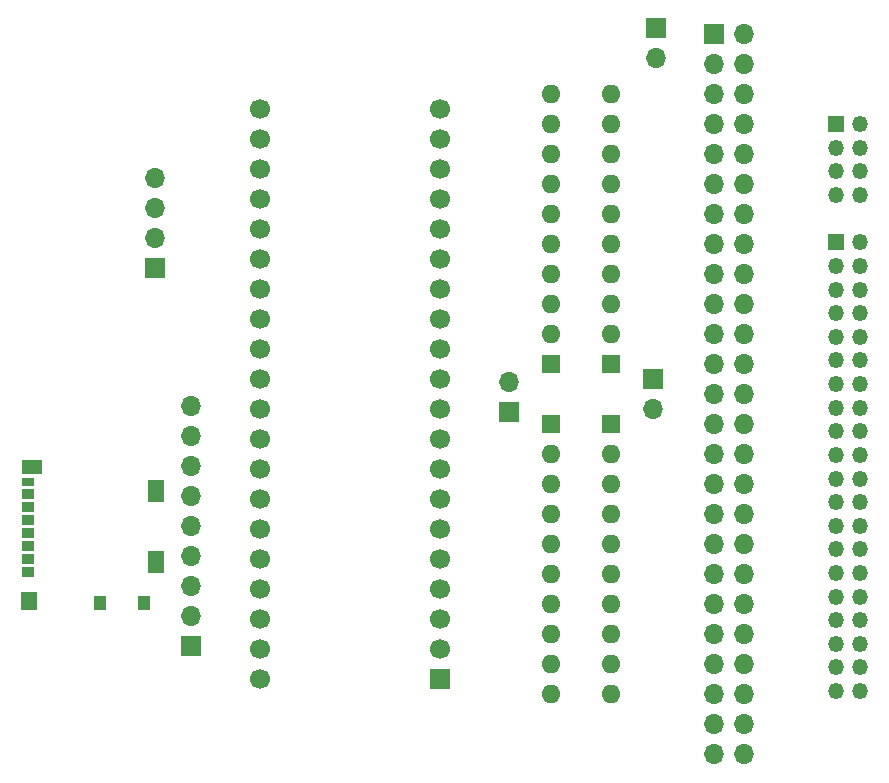
<source format=gbr>
%TF.GenerationSoftware,KiCad,Pcbnew,(5.1.8-0-10_14)*%
%TF.CreationDate,2021-04-03T20:08:11-06:00*%
%TF.ProjectId,bluescsi_powerbook,626c7565-7363-4736-995f-706f77657262,rev?*%
%TF.SameCoordinates,Original*%
%TF.FileFunction,Soldermask,Top*%
%TF.FilePolarity,Negative*%
%FSLAX46Y46*%
G04 Gerber Fmt 4.6, Leading zero omitted, Abs format (unit mm)*
G04 Created by KiCad (PCBNEW (5.1.8-0-10_14)) date 2021-04-03 20:08:11*
%MOMM*%
%LPD*%
G01*
G04 APERTURE LIST*
%ADD10O,1.600000X1.600000*%
%ADD11R,1.600000X1.600000*%
%ADD12R,1.350000X1.900000*%
%ADD13R,1.000000X1.200000*%
%ADD14R,1.350000X1.550000*%
%ADD15R,1.800000X1.170000*%
%ADD16R,1.100000X0.850000*%
%ADD17R,1.100000X0.750000*%
%ADD18O,1.700000X1.700000*%
%ADD19R,1.700000X1.700000*%
%ADD20O,1.350000X1.350000*%
%ADD21R,1.350000X1.350000*%
%ADD22C,1.700000*%
G04 APERTURE END LIST*
D10*
%TO.C,RN2*%
X137160000Y-128270000D03*
X137160000Y-125730000D03*
X137160000Y-123190000D03*
X137160000Y-120650000D03*
X137160000Y-118110000D03*
X137160000Y-115570000D03*
X137160000Y-113030000D03*
X137160000Y-110490000D03*
X137160000Y-107950000D03*
D11*
X137160000Y-105410000D03*
%TD*%
D12*
%TO.C,J3*%
X103673000Y-111078000D03*
X103673000Y-117048000D03*
D13*
X98998000Y-120548000D03*
X102698000Y-120548000D03*
D14*
X92973000Y-120373000D03*
D15*
X93198000Y-109053000D03*
D16*
X92848000Y-111313000D03*
X92848000Y-112413000D03*
X92848000Y-113513000D03*
X92848000Y-114613000D03*
X92848000Y-115713000D03*
X92848000Y-116813000D03*
D17*
X92848000Y-110263000D03*
D16*
X92848000Y-117913000D03*
%TD*%
D18*
%TO.C,J9*%
X146050000Y-74422000D03*
D19*
X146050000Y-71882000D03*
%TD*%
D18*
%TO.C,J8*%
X153540000Y-133350000D03*
X151000000Y-133350000D03*
X153540000Y-130810000D03*
X151000000Y-130810000D03*
X153540000Y-128270000D03*
X151000000Y-128270000D03*
X153540000Y-125730000D03*
X151000000Y-125730000D03*
X153540000Y-123190000D03*
X151000000Y-123190000D03*
X153540000Y-120650000D03*
X151000000Y-120650000D03*
X153540000Y-118110000D03*
X151000000Y-118110000D03*
X153540000Y-115570000D03*
X151000000Y-115570000D03*
X153540000Y-113030000D03*
X151000000Y-113030000D03*
X153540000Y-110490000D03*
X151000000Y-110490000D03*
X153540000Y-107950000D03*
X151000000Y-107950000D03*
X153540000Y-105410000D03*
X151000000Y-105410000D03*
X153540000Y-102870000D03*
X151000000Y-102870000D03*
X153540000Y-100330000D03*
X151000000Y-100330000D03*
X153540000Y-97790000D03*
X151000000Y-97790000D03*
X153540000Y-95250000D03*
X151000000Y-95250000D03*
X153540000Y-92710000D03*
X151000000Y-92710000D03*
X153540000Y-90170000D03*
X151000000Y-90170000D03*
X153540000Y-87630000D03*
X151000000Y-87630000D03*
X153540000Y-85090000D03*
X151000000Y-85090000D03*
X153540000Y-82550000D03*
X151000000Y-82550000D03*
X153540000Y-80010000D03*
X151000000Y-80010000D03*
X153540000Y-77470000D03*
X151000000Y-77470000D03*
X153540000Y-74930000D03*
X151000000Y-74930000D03*
X153540000Y-72390000D03*
D19*
X151000000Y-72390000D03*
%TD*%
D20*
%TO.C,J2*%
X163290000Y-86000000D03*
X161290000Y-86000000D03*
X163290000Y-84000000D03*
X161290000Y-84000000D03*
X163290000Y-82000000D03*
X161290000Y-82000000D03*
X163290000Y-80000000D03*
D21*
X161290000Y-80000000D03*
%TD*%
D18*
%TO.C,J6*%
X103632000Y-84531200D03*
X103632000Y-87071200D03*
X103632000Y-89611200D03*
D19*
X103632000Y-92151200D03*
%TD*%
D18*
%TO.C,J5*%
X133604000Y-101854000D03*
D19*
X133604000Y-104394000D03*
%TD*%
D18*
%TO.C,J4*%
X145796000Y-104140000D03*
D19*
X145796000Y-101600000D03*
%TD*%
D10*
%TO.C,RN4*%
X142240000Y-128270000D03*
X142240000Y-125730000D03*
X142240000Y-123190000D03*
X142240000Y-120650000D03*
X142240000Y-118110000D03*
X142240000Y-115570000D03*
X142240000Y-113030000D03*
X142240000Y-110490000D03*
X142240000Y-107950000D03*
D11*
X142240000Y-105410000D03*
%TD*%
D10*
%TO.C,RN3*%
X142240000Y-77470000D03*
X142240000Y-80010000D03*
X142240000Y-82550000D03*
X142240000Y-85090000D03*
X142240000Y-87630000D03*
X142240000Y-90170000D03*
X142240000Y-92710000D03*
X142240000Y-95250000D03*
X142240000Y-97790000D03*
D11*
X142240000Y-100330000D03*
%TD*%
D10*
%TO.C,RN1*%
X137160000Y-77470000D03*
X137160000Y-80010000D03*
X137160000Y-82550000D03*
X137160000Y-85090000D03*
X137160000Y-87630000D03*
X137160000Y-90170000D03*
X137160000Y-92710000D03*
X137160000Y-95250000D03*
X137160000Y-97790000D03*
D11*
X137160000Y-100330000D03*
%TD*%
D18*
%TO.C,J7*%
X106680000Y-103886000D03*
X106680000Y-106426000D03*
X106680000Y-108966000D03*
X106680000Y-111506000D03*
X106680000Y-114046000D03*
X106680000Y-116586000D03*
X106680000Y-119126000D03*
X106680000Y-121666000D03*
D19*
X106680000Y-124206000D03*
%TD*%
D20*
%TO.C,J1*%
X163290000Y-128000000D03*
X161290000Y-128000000D03*
X163290000Y-126000000D03*
X161290000Y-126000000D03*
X163290000Y-124000000D03*
X161290000Y-124000000D03*
X163290000Y-122000000D03*
X161290000Y-122000000D03*
X163290000Y-120000000D03*
X161290000Y-120000000D03*
X163290000Y-118000000D03*
X161290000Y-118000000D03*
X163290000Y-116000000D03*
X161290000Y-116000000D03*
X163290000Y-114000000D03*
X161290000Y-114000000D03*
X163290000Y-112000000D03*
X161290000Y-112000000D03*
X163290000Y-110000000D03*
X161290000Y-110000000D03*
X163290000Y-108000000D03*
X161290000Y-108000000D03*
X163290000Y-106000000D03*
X161290000Y-106000000D03*
X163290000Y-104000000D03*
X161290000Y-104000000D03*
X163290000Y-102000000D03*
X161290000Y-102000000D03*
X163290000Y-100000000D03*
X161290000Y-100000000D03*
X163290000Y-98000000D03*
X161290000Y-98000000D03*
X163290000Y-96000000D03*
X161290000Y-96000000D03*
X163290000Y-94000000D03*
X161290000Y-94000000D03*
X163290000Y-92000000D03*
X161290000Y-92000000D03*
X163290000Y-90000000D03*
D21*
X161290000Y-90000000D03*
%TD*%
D22*
%TO.C,U1*%
X112522000Y-127000000D03*
D19*
X127762000Y-127000000D03*
D22*
X112522000Y-124460000D03*
X127762000Y-124460000D03*
X112522000Y-121920000D03*
X127762000Y-121920000D03*
X112522000Y-119380000D03*
X127762000Y-119380000D03*
X112522000Y-116840000D03*
X127762000Y-116840000D03*
X112522000Y-114300000D03*
X127762000Y-114300000D03*
X112522000Y-111760000D03*
X127762000Y-111760000D03*
X112522000Y-109220000D03*
X127762000Y-109220000D03*
X112522000Y-106680000D03*
X127762000Y-106680000D03*
X112522000Y-104140000D03*
X127762000Y-104140000D03*
X112522000Y-101600000D03*
X127762000Y-101600000D03*
X112522000Y-99060000D03*
X127762000Y-99060000D03*
X112522000Y-96520000D03*
X127762000Y-96520000D03*
X112522000Y-93980000D03*
X127762000Y-93980000D03*
X112522000Y-91440000D03*
X127762000Y-91440000D03*
X112522000Y-88900000D03*
X127762000Y-88900000D03*
X112522000Y-86360000D03*
X127762000Y-86360000D03*
X112522000Y-83820000D03*
X127762000Y-83820000D03*
X112522000Y-81280000D03*
X127762000Y-81280000D03*
X112522000Y-78740000D03*
X127762000Y-78740000D03*
%TD*%
M02*

</source>
